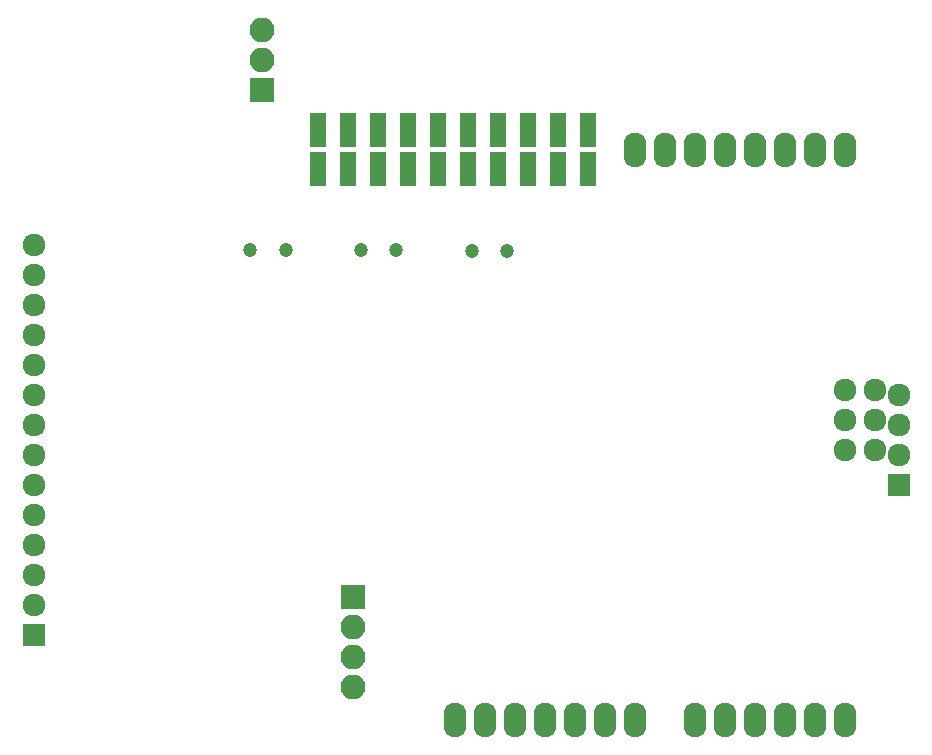
<source format=gbr>
G04 #@! TF.FileFunction,Soldermask,Bot*
%FSLAX46Y46*%
G04 Gerber Fmt 4.6, Leading zero omitted, Abs format (unit mm)*
G04 Created by KiCad (PCBNEW 4.0.7) date Monday, July 02, 2018 'PMt' 09:22:05 PM*
%MOMM*%
%LPD*%
G01*
G04 APERTURE LIST*
%ADD10C,0.100000*%
%ADD11R,1.924000X1.924000*%
%ADD12C,1.924000*%
%ADD13R,2.100000X2.100000*%
%ADD14O,2.100000X2.100000*%
%ADD15O,1.924000X2.940000*%
%ADD16C,1.200000*%
%ADD17R,1.400000X2.910000*%
G04 APERTURE END LIST*
D10*
D11*
X164322000Y-163562000D03*
D12*
X164322000Y-161022000D03*
X164322000Y-158482000D03*
X164322000Y-155942000D03*
X164322000Y-153402000D03*
X164322000Y-150862000D03*
X164322000Y-148322000D03*
X164322000Y-145782000D03*
X164322000Y-143242000D03*
X164322000Y-140702000D03*
X164322000Y-138162000D03*
X164322000Y-135622000D03*
X164322000Y-133082000D03*
X164322000Y-130542000D03*
D11*
X237562000Y-150862000D03*
D12*
X237562000Y-148322000D03*
X237562000Y-145782000D03*
X237562000Y-143242000D03*
D13*
X191389000Y-160401000D03*
D14*
X191389000Y-162941000D03*
X191389000Y-165481000D03*
X191389000Y-168021000D03*
D15*
X233045000Y-170764200D03*
X230505000Y-170764200D03*
X227965000Y-170764200D03*
X220345000Y-170764200D03*
X222885000Y-170764200D03*
X225425000Y-170764200D03*
X215265000Y-170764200D03*
X212725000Y-170764200D03*
X210185000Y-170764200D03*
X205105000Y-170764200D03*
X202565000Y-170764200D03*
X233045000Y-122504200D03*
X230505000Y-122504200D03*
X227965000Y-122504200D03*
X225425000Y-122504200D03*
X222885000Y-122504200D03*
X220345000Y-122504200D03*
X217805000Y-122504200D03*
X215265000Y-122504200D03*
X207645000Y-170764200D03*
X200025000Y-170764200D03*
D12*
X233045000Y-142824200D03*
X235585000Y-142824200D03*
X233045000Y-145364200D03*
X235585000Y-145364200D03*
X233045000Y-147904200D03*
X235585000Y-147904200D03*
D13*
X183642000Y-117475000D03*
D14*
X183642000Y-114935000D03*
X183642000Y-112395000D03*
D16*
X182675400Y-131013200D03*
X185675400Y-131013200D03*
X192022600Y-131038600D03*
X195022600Y-131038600D03*
X201446000Y-131089400D03*
X204446000Y-131089400D03*
D17*
X211240000Y-120840000D03*
X208700000Y-124150000D03*
X206160000Y-120840000D03*
X203620000Y-124150000D03*
X201080000Y-120840000D03*
X198540000Y-124150000D03*
X196000000Y-120840000D03*
X193460000Y-124150000D03*
X190920000Y-120840000D03*
X188380000Y-124150000D03*
X188380000Y-120840000D03*
X193460000Y-120840000D03*
X198540000Y-120840000D03*
X203620000Y-120840000D03*
X208700000Y-120840000D03*
X190920000Y-124150000D03*
X196000000Y-124150000D03*
X201080000Y-124150000D03*
X206160000Y-124150000D03*
X211240000Y-124150000D03*
M02*

</source>
